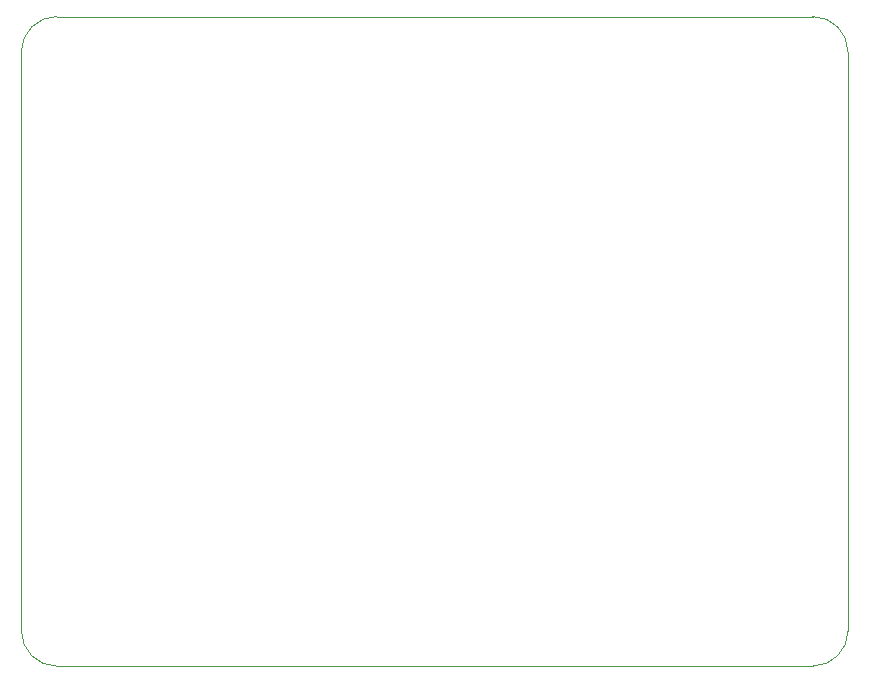
<source format=gbr>
%TF.GenerationSoftware,KiCad,Pcbnew,7.0.2*%
%TF.CreationDate,2023-07-03T14:20:41+02:00*%
%TF.ProjectId,Temperature Controller,54656d70-6572-4617-9475-726520436f6e,V0*%
%TF.SameCoordinates,Original*%
%TF.FileFunction,Profile,NP*%
%FSLAX46Y46*%
G04 Gerber Fmt 4.6, Leading zero omitted, Abs format (unit mm)*
G04 Created by KiCad (PCBNEW 7.0.2) date 2023-07-03 14:20:41*
%MOMM*%
%LPD*%
G01*
G04 APERTURE LIST*
%TA.AperFunction,Profile*%
%ADD10C,0.100000*%
%TD*%
G04 APERTURE END LIST*
D10*
X103000000Y-105000000D02*
X167000000Y-105000000D01*
X100000000Y-102000000D02*
G75*
G03*
X103000000Y-105000000I3000000J0D01*
G01*
X100000000Y-53000000D02*
X100000000Y-102000000D01*
X167000000Y-50000000D02*
X103000000Y-50000000D01*
X170000000Y-53000000D02*
X170000000Y-102000000D01*
X103000000Y-50000000D02*
G75*
G03*
X100000000Y-53000000I0J-3000000D01*
G01*
X167000000Y-105000000D02*
G75*
G03*
X170000000Y-102000000I0J3000000D01*
G01*
X170000000Y-53000000D02*
G75*
G03*
X167000000Y-50000000I-3000000J0D01*
G01*
M02*

</source>
